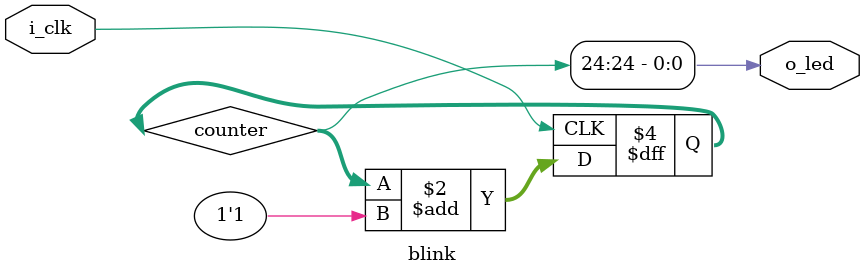
<source format=v>
module blink (input i_clk, output o_led);
    reg [31:0] counter = 0;

    assign o_led = counter[24];

    always @(posedge i_clk) begin
        counter <= counter + 1'b1;
    end
endmodule

</source>
